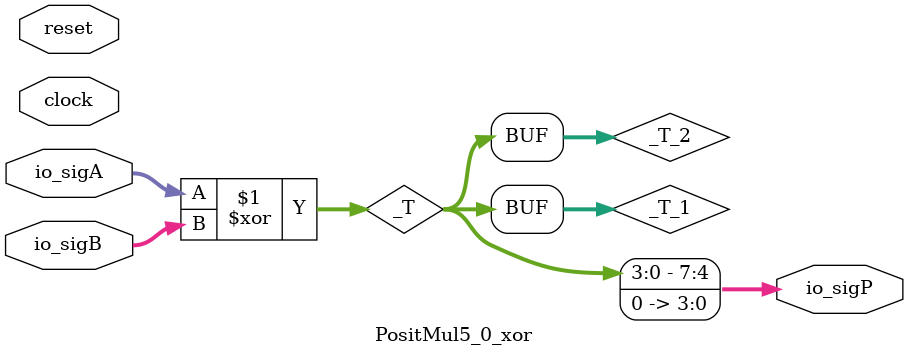
<source format=v>
module PositMul5_0_xor(
  input        clock,
  input        reset,
  input  [3:0] io_sigA,
  input  [3:0] io_sigB,
  output [7:0] io_sigP
);
  wire [3:0] _T; // @[PositMul.scala 51:23]
  wire [3:0] _T_1; // @[PositMul.scala 51:23]
  wire [3:0] _T_2; // @[Cat.scala 29:58]
  assign _T = $signed(io_sigA) ^ $signed(io_sigB); // @[PositMul.scala 51:23]
  assign _T_1 = $signed(_T); // @[PositMul.scala 51:23]
  assign _T_2 = $unsigned(_T_1); // @[Cat.scala 29:58]
  assign io_sigP = {_T_2,4'h0}; // @[PositMul.scala 51:9]
endmodule

</source>
